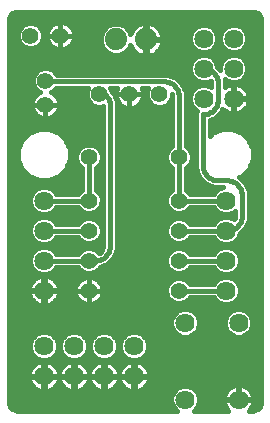
<source format=gtl>
G75*
%MOIN*%
%OFA0B0*%
%FSLAX24Y24*%
%IPPOS*%
%LPD*%
%AMOC8*
5,1,8,0,0,1.08239X$1,22.5*
%
%ADD10C,0.0640*%
%ADD11C,0.0555*%
%ADD12C,0.0560*%
%ADD13C,0.0740*%
%ADD14C,0.0160*%
D10*
X002100Y001555D03*
X002100Y002555D03*
X003100Y002555D03*
X003100Y001555D03*
X004100Y001555D03*
X004100Y002555D03*
X005100Y002555D03*
X005100Y001555D03*
X006810Y000775D03*
X008590Y000775D03*
X008590Y003335D03*
X008172Y004405D03*
X008172Y005405D03*
X008172Y006405D03*
X008172Y007405D03*
X008425Y010805D03*
X008425Y011805D03*
X008425Y012805D03*
X007425Y012805D03*
X007425Y011805D03*
X007425Y010805D03*
X002100Y007405D03*
X002100Y006405D03*
X002100Y005405D03*
X002100Y004405D03*
X006810Y003335D03*
D11*
X005950Y010955D03*
X004950Y010955D03*
X003950Y010955D03*
D12*
X002650Y012905D03*
X001650Y012905D03*
X002150Y011405D03*
X002150Y010605D03*
X003600Y008855D03*
X003600Y007405D03*
X003600Y006405D03*
X003600Y005405D03*
X003600Y004405D03*
X006600Y004405D03*
X006600Y005405D03*
X006600Y006405D03*
X006600Y007405D03*
X006600Y008855D03*
D13*
X005500Y012780D03*
X004500Y012780D03*
D14*
X000935Y000627D02*
X000976Y000530D01*
X001050Y000456D01*
X001147Y000415D01*
X001200Y000410D01*
X006524Y000410D01*
X006420Y000514D01*
X006350Y000683D01*
X006350Y000866D01*
X006420Y001036D01*
X006549Y001165D01*
X006718Y001235D01*
X006901Y001235D01*
X007071Y001165D01*
X007200Y001036D01*
X007270Y000866D01*
X007270Y000683D01*
X007200Y000514D01*
X007096Y000410D01*
X008248Y000410D01*
X008209Y000449D01*
X008162Y000513D01*
X008127Y000583D01*
X008102Y000658D01*
X008090Y000736D01*
X008090Y000755D01*
X008570Y000755D01*
X008570Y000795D01*
X008570Y001275D01*
X008551Y001275D01*
X008473Y001263D01*
X008398Y001238D01*
X008328Y001203D01*
X008264Y001156D01*
X008209Y001101D01*
X008162Y001037D01*
X008127Y000967D01*
X008102Y000892D01*
X008090Y000814D01*
X007270Y000814D01*
X007258Y000656D02*
X008103Y000656D01*
X008090Y000795D02*
X008570Y000795D01*
X008610Y000795D01*
X009090Y000795D01*
X009090Y000814D01*
X009340Y000814D01*
X009340Y000680D02*
X009335Y000627D01*
X009295Y000530D01*
X009220Y000456D01*
X009123Y000415D01*
X009070Y000410D01*
X008932Y000410D01*
X008971Y000449D01*
X009018Y000513D01*
X009053Y000583D01*
X009078Y000658D01*
X009090Y000736D01*
X009090Y000755D01*
X008610Y000755D01*
X008610Y000795D01*
X008610Y001275D01*
X008629Y001275D01*
X008707Y001263D01*
X008782Y001238D01*
X008852Y001203D01*
X008916Y001156D01*
X008971Y001101D01*
X009018Y001037D01*
X009053Y000967D01*
X009078Y000892D01*
X009090Y000814D01*
X009077Y000656D02*
X009338Y000656D01*
X009340Y000680D02*
X009340Y013426D01*
X009335Y013479D01*
X009295Y013576D01*
X009220Y013651D01*
X009123Y013691D01*
X009070Y013696D01*
X001200Y013696D01*
X001147Y013691D01*
X001050Y013651D01*
X000976Y013576D01*
X000935Y013479D01*
X000930Y013426D01*
X000930Y000680D01*
X000935Y000627D01*
X000932Y000656D02*
X006362Y000656D01*
X006350Y000814D02*
X000930Y000814D01*
X000930Y000973D02*
X006394Y000973D01*
X006515Y001131D02*
X005367Y001131D01*
X005362Y001127D02*
X005426Y001174D01*
X005481Y001229D01*
X005528Y001293D01*
X005563Y001363D01*
X005588Y001438D01*
X005600Y001516D01*
X005600Y001535D01*
X005120Y001535D01*
X005120Y001575D01*
X005080Y001575D01*
X005080Y002055D01*
X005061Y002055D01*
X004983Y002043D01*
X004908Y002018D01*
X004838Y001983D01*
X004774Y001936D01*
X004719Y001881D01*
X004672Y001817D01*
X004637Y001747D01*
X004612Y001672D01*
X004600Y001594D01*
X004600Y001575D01*
X005080Y001575D01*
X005080Y001535D01*
X004600Y001535D01*
X004600Y001516D01*
X004612Y001438D01*
X004637Y001363D01*
X004672Y001293D01*
X004719Y001229D01*
X004774Y001174D01*
X004838Y001127D01*
X004908Y001092D01*
X004983Y001067D01*
X005061Y001055D01*
X005080Y001055D01*
X005080Y001535D01*
X005120Y001535D01*
X005120Y001055D01*
X005139Y001055D01*
X005217Y001067D01*
X005292Y001092D01*
X005362Y001127D01*
X005525Y001290D02*
X009340Y001290D01*
X009340Y001448D02*
X005589Y001448D01*
X005600Y001575D02*
X005600Y001594D01*
X005588Y001672D01*
X005563Y001747D01*
X005528Y001817D01*
X005481Y001881D01*
X005426Y001936D01*
X005362Y001983D01*
X005292Y002018D01*
X005217Y002043D01*
X005139Y002055D01*
X005120Y002055D01*
X005120Y001575D01*
X005600Y001575D01*
X005598Y001607D02*
X009340Y001607D01*
X009340Y001765D02*
X005554Y001765D01*
X005439Y001924D02*
X009340Y001924D01*
X009340Y002082D02*
X000930Y002082D01*
X000930Y001924D02*
X001761Y001924D01*
X001774Y001936D02*
X001719Y001881D01*
X001672Y001817D01*
X001637Y001747D01*
X001612Y001672D01*
X001600Y001594D01*
X001600Y001575D01*
X002080Y001575D01*
X002080Y002055D01*
X002061Y002055D01*
X001983Y002043D01*
X001908Y002018D01*
X001838Y001983D01*
X001774Y001936D01*
X001646Y001765D02*
X000930Y001765D01*
X000930Y001607D02*
X001602Y001607D01*
X001600Y001535D02*
X001600Y001516D01*
X001612Y001438D01*
X001637Y001363D01*
X001672Y001293D01*
X001719Y001229D01*
X001774Y001174D01*
X001838Y001127D01*
X001908Y001092D01*
X001983Y001067D01*
X002061Y001055D01*
X002080Y001055D01*
X002080Y001535D01*
X002120Y001535D01*
X002120Y001575D01*
X002080Y001575D01*
X002080Y001535D01*
X001600Y001535D01*
X001611Y001448D02*
X000930Y001448D01*
X000930Y001290D02*
X001675Y001290D01*
X001833Y001131D02*
X000930Y001131D01*
X001008Y000497D02*
X006437Y000497D01*
X007105Y001131D02*
X008239Y001131D01*
X008129Y000973D02*
X007226Y000973D01*
X007183Y000497D02*
X008174Y000497D01*
X008090Y000795D02*
X008090Y000814D01*
X008570Y000814D02*
X008610Y000814D01*
X008610Y000973D02*
X008570Y000973D01*
X008570Y001131D02*
X008610Y001131D01*
X008941Y001131D02*
X009340Y001131D01*
X009340Y000973D02*
X009051Y000973D01*
X009006Y000497D02*
X009262Y000497D01*
X009340Y002241D02*
X005436Y002241D01*
X005490Y002294D02*
X005560Y002463D01*
X005560Y002646D01*
X005490Y002816D01*
X005361Y002945D01*
X005191Y003015D01*
X005008Y003015D01*
X004839Y002945D01*
X004710Y002816D01*
X004640Y002646D01*
X004640Y002463D01*
X004710Y002294D01*
X004839Y002165D01*
X005008Y002095D01*
X005191Y002095D01*
X005361Y002165D01*
X005490Y002294D01*
X005533Y002399D02*
X009340Y002399D01*
X009340Y002558D02*
X005560Y002558D01*
X005531Y002716D02*
X009340Y002716D01*
X009340Y002875D02*
X005431Y002875D01*
X004769Y002875D02*
X004431Y002875D01*
X004490Y002816D02*
X004361Y002945D01*
X004191Y003015D01*
X004008Y003015D01*
X003839Y002945D01*
X003710Y002816D01*
X003640Y002646D01*
X003640Y002463D01*
X003710Y002294D01*
X003839Y002165D01*
X004008Y002095D01*
X004191Y002095D01*
X004361Y002165D01*
X004490Y002294D01*
X004560Y002463D01*
X004560Y002646D01*
X004490Y002816D01*
X004531Y002716D02*
X004669Y002716D01*
X004640Y002558D02*
X004560Y002558D01*
X004533Y002399D02*
X004667Y002399D01*
X004764Y002241D02*
X004436Y002241D01*
X004292Y002018D02*
X004217Y002043D01*
X004139Y002055D01*
X004120Y002055D01*
X004120Y001575D01*
X004080Y001575D01*
X004080Y002055D01*
X004061Y002055D01*
X003983Y002043D01*
X003908Y002018D01*
X003838Y001983D01*
X003774Y001936D01*
X003719Y001881D01*
X003672Y001817D01*
X003637Y001747D01*
X003612Y001672D01*
X003600Y001594D01*
X003588Y001672D01*
X003563Y001747D01*
X003528Y001817D01*
X003481Y001881D01*
X003426Y001936D01*
X003362Y001983D01*
X003292Y002018D01*
X003217Y002043D01*
X003139Y002055D01*
X003120Y002055D01*
X003120Y001575D01*
X003080Y001575D01*
X003080Y002055D01*
X003061Y002055D01*
X002983Y002043D01*
X002908Y002018D01*
X002838Y001983D01*
X002774Y001936D01*
X002719Y001881D01*
X002672Y001817D01*
X002637Y001747D01*
X002612Y001672D01*
X002600Y001594D01*
X002600Y001575D01*
X003080Y001575D01*
X003080Y001535D01*
X002600Y001535D01*
X002600Y001516D01*
X002612Y001438D01*
X002637Y001363D01*
X002672Y001293D01*
X002719Y001229D01*
X002774Y001174D01*
X002838Y001127D01*
X002908Y001092D01*
X002983Y001067D01*
X003061Y001055D01*
X003080Y001055D01*
X003080Y001535D01*
X003120Y001535D01*
X003120Y001575D01*
X003600Y001575D01*
X004080Y001575D01*
X004080Y001535D01*
X003600Y001535D01*
X003120Y001535D01*
X003120Y001055D01*
X003139Y001055D01*
X003217Y001067D01*
X003292Y001092D01*
X003362Y001127D01*
X003426Y001174D01*
X003481Y001229D01*
X003528Y001293D01*
X003563Y001363D01*
X003588Y001438D01*
X003600Y001516D01*
X003600Y001535D01*
X003600Y001516D01*
X003612Y001438D01*
X003637Y001363D01*
X003672Y001293D01*
X003719Y001229D01*
X003774Y001174D01*
X003838Y001127D01*
X003908Y001092D01*
X003983Y001067D01*
X004061Y001055D01*
X004080Y001055D01*
X004080Y001535D01*
X004120Y001535D01*
X004120Y001575D01*
X004600Y001575D01*
X004600Y001594D01*
X004588Y001672D01*
X004563Y001747D01*
X004528Y001817D01*
X004481Y001881D01*
X004426Y001936D01*
X004362Y001983D01*
X004292Y002018D01*
X004439Y001924D02*
X004761Y001924D01*
X004646Y001765D02*
X004554Y001765D01*
X004598Y001607D02*
X004602Y001607D01*
X004600Y001535D02*
X004120Y001535D01*
X004120Y001055D01*
X004139Y001055D01*
X004217Y001067D01*
X004292Y001092D01*
X004362Y001127D01*
X004426Y001174D01*
X004481Y001229D01*
X004528Y001293D01*
X004563Y001363D01*
X004588Y001438D01*
X004600Y001516D01*
X004600Y001535D01*
X004589Y001448D02*
X004611Y001448D01*
X004675Y001290D02*
X004525Y001290D01*
X004367Y001131D02*
X004833Y001131D01*
X005080Y001131D02*
X005120Y001131D01*
X005120Y001290D02*
X005080Y001290D01*
X005080Y001448D02*
X005120Y001448D01*
X005100Y001555D02*
X004100Y001555D01*
X003100Y001555D01*
X002100Y001555D01*
X002120Y001575D02*
X002120Y002055D01*
X002139Y002055D01*
X002217Y002043D01*
X002292Y002018D01*
X002362Y001983D01*
X002426Y001936D01*
X002481Y001881D01*
X002528Y001817D01*
X002563Y001747D01*
X002588Y001672D01*
X002600Y001594D01*
X002600Y001575D01*
X002120Y001575D01*
X002120Y001607D02*
X002080Y001607D01*
X002120Y001535D02*
X002600Y001535D01*
X002600Y001516D01*
X002588Y001438D01*
X002563Y001363D01*
X002528Y001293D01*
X002481Y001229D01*
X002426Y001174D01*
X002362Y001127D01*
X002292Y001092D01*
X002217Y001067D01*
X002139Y001055D01*
X002120Y001055D01*
X002120Y001535D01*
X002120Y001448D02*
X002080Y001448D01*
X002080Y001290D02*
X002120Y001290D01*
X002120Y001131D02*
X002080Y001131D01*
X002367Y001131D02*
X002833Y001131D01*
X002675Y001290D02*
X002525Y001290D01*
X002589Y001448D02*
X002611Y001448D01*
X002598Y001607D02*
X002602Y001607D01*
X002646Y001765D02*
X002554Y001765D01*
X002439Y001924D02*
X002761Y001924D01*
X002839Y002165D02*
X003008Y002095D01*
X003191Y002095D01*
X003361Y002165D01*
X003490Y002294D01*
X003560Y002463D01*
X003560Y002646D01*
X003490Y002816D01*
X003361Y002945D01*
X003191Y003015D01*
X003008Y003015D01*
X002839Y002945D01*
X002710Y002816D01*
X002640Y002646D01*
X002640Y002463D01*
X002710Y002294D01*
X002839Y002165D01*
X002764Y002241D02*
X002436Y002241D01*
X002490Y002294D02*
X002560Y002463D01*
X002560Y002646D01*
X002490Y002816D01*
X002361Y002945D01*
X002191Y003015D01*
X002008Y003015D01*
X001839Y002945D01*
X001710Y002816D01*
X001640Y002646D01*
X001640Y002463D01*
X001710Y002294D01*
X001839Y002165D01*
X002008Y002095D01*
X002191Y002095D01*
X002361Y002165D01*
X002490Y002294D01*
X002533Y002399D02*
X002667Y002399D01*
X002640Y002558D02*
X002560Y002558D01*
X002531Y002716D02*
X002669Y002716D01*
X002769Y002875D02*
X002431Y002875D01*
X001769Y002875D02*
X000930Y002875D01*
X000930Y003033D02*
X006461Y003033D01*
X006420Y003074D02*
X006350Y003243D01*
X006350Y003426D01*
X006420Y003596D01*
X006549Y003725D01*
X006718Y003795D01*
X006901Y003795D01*
X007071Y003725D01*
X007200Y003596D01*
X007270Y003426D01*
X007270Y003243D01*
X007200Y003074D01*
X007071Y002945D01*
X006901Y002875D01*
X006718Y002875D01*
X006549Y002945D01*
X006420Y003074D01*
X006372Y003192D02*
X000930Y003192D01*
X000930Y003350D02*
X006350Y003350D01*
X006384Y003509D02*
X000930Y003509D01*
X000930Y003667D02*
X006491Y003667D01*
X006516Y003985D02*
X006362Y004049D01*
X006244Y004167D01*
X006180Y004321D01*
X006180Y004489D01*
X006244Y004643D01*
X006362Y004761D01*
X006516Y004825D01*
X006684Y004825D01*
X006838Y004761D01*
X006956Y004643D01*
X006963Y004625D01*
X007766Y004625D01*
X007782Y004666D01*
X007912Y004795D01*
X008081Y004865D01*
X008264Y004865D01*
X008433Y004795D01*
X008562Y004666D01*
X008632Y004496D01*
X008632Y004313D01*
X008562Y004144D01*
X008433Y004015D01*
X008264Y003945D01*
X008081Y003945D01*
X007912Y004015D01*
X007782Y004144D01*
X007766Y004185D01*
X006963Y004185D01*
X006956Y004167D01*
X006838Y004049D01*
X006684Y003985D01*
X006516Y003985D01*
X006269Y004143D02*
X003978Y004143D01*
X003993Y004164D02*
X004026Y004228D01*
X004049Y004297D01*
X004060Y004369D01*
X004060Y004405D01*
X004060Y004441D01*
X004049Y004513D01*
X004026Y004582D01*
X003993Y004646D01*
X003951Y004705D01*
X003900Y004756D01*
X003841Y004798D01*
X003777Y004831D01*
X003708Y004854D01*
X003636Y004865D01*
X003600Y004865D01*
X003600Y004405D01*
X002100Y004405D01*
X002120Y004425D02*
X002600Y004425D01*
X002600Y004444D01*
X002588Y004522D01*
X002563Y004597D01*
X002528Y004667D01*
X002481Y004731D01*
X002426Y004786D01*
X002362Y004833D01*
X002292Y004868D01*
X002217Y004893D01*
X002139Y004905D01*
X002120Y004905D01*
X002120Y004425D01*
X002120Y004385D01*
X002600Y004385D01*
X002600Y004366D01*
X002588Y004288D01*
X002563Y004213D01*
X002528Y004143D01*
X002481Y004079D01*
X002426Y004024D01*
X002362Y003977D01*
X002292Y003942D01*
X002217Y003917D01*
X002139Y003905D01*
X002120Y003905D01*
X002120Y004385D01*
X002080Y004385D01*
X002080Y003905D01*
X002061Y003905D01*
X001983Y003917D01*
X001908Y003942D01*
X001838Y003977D01*
X001774Y004024D01*
X001719Y004079D01*
X001672Y004143D01*
X001637Y004213D01*
X001612Y004288D01*
X001600Y004366D01*
X001600Y004385D01*
X002080Y004385D01*
X002080Y004425D01*
X002080Y004905D01*
X002061Y004905D01*
X001983Y004893D01*
X001908Y004868D01*
X001838Y004833D01*
X001774Y004786D01*
X001719Y004731D01*
X001672Y004667D01*
X001637Y004597D01*
X001612Y004522D01*
X001600Y004444D01*
X001600Y004425D01*
X002080Y004425D01*
X002120Y004425D01*
X002120Y004460D02*
X002080Y004460D01*
X002080Y004618D02*
X002120Y004618D01*
X002120Y004777D02*
X002080Y004777D01*
X002008Y004945D02*
X002191Y004945D01*
X002361Y005015D01*
X002490Y005144D01*
X002507Y005185D01*
X003237Y005185D01*
X003244Y005167D01*
X003362Y005049D01*
X003516Y004985D01*
X003684Y004985D01*
X003838Y005049D01*
X003956Y005167D01*
X003968Y005195D01*
X004208Y005295D01*
X004410Y005497D01*
X004520Y005762D01*
X004520Y010743D01*
X004433Y010953D01*
X004367Y011019D01*
X004367Y011038D01*
X004317Y011160D01*
X004541Y011160D01*
X004526Y011131D01*
X004504Y011062D01*
X004493Y010991D01*
X004493Y010955D01*
X004950Y010955D01*
X005407Y010955D01*
X004950Y010955D01*
X004950Y010955D01*
X004950Y010498D01*
X004986Y010498D01*
X005057Y010509D01*
X005126Y010531D01*
X005190Y010564D01*
X005248Y010606D01*
X005299Y010657D01*
X005341Y010715D01*
X005374Y010779D01*
X005396Y010848D01*
X005407Y010919D01*
X005407Y010955D01*
X005407Y010991D01*
X005396Y011062D01*
X005374Y011131D01*
X005359Y011160D01*
X005583Y011160D01*
X005533Y011038D01*
X005533Y010872D01*
X005596Y010719D01*
X005714Y010601D01*
X005867Y010538D01*
X006033Y010538D01*
X006186Y010601D01*
X006304Y010719D01*
X006367Y010872D01*
X006367Y010952D01*
X006375Y010935D01*
X006380Y010880D01*
X006380Y009218D01*
X006362Y009211D01*
X006244Y009093D01*
X006180Y008939D01*
X006180Y008771D01*
X006244Y008617D01*
X006362Y008499D01*
X006380Y008492D01*
X006380Y007768D01*
X006362Y007761D01*
X006244Y007643D01*
X006180Y007489D01*
X006180Y007289D01*
X006203Y007266D01*
X006244Y007167D01*
X006362Y007049D01*
X006516Y006985D01*
X006684Y006985D01*
X006838Y007049D01*
X006956Y007167D01*
X006963Y007185D01*
X007766Y007185D01*
X007782Y007144D01*
X007912Y007015D01*
X008081Y006945D01*
X008264Y006945D01*
X008433Y007015D01*
X008480Y007062D01*
X008480Y006905D01*
X008475Y006850D01*
X008446Y006782D01*
X008433Y006795D01*
X008264Y006865D01*
X008081Y006865D01*
X007912Y006795D01*
X007782Y006666D01*
X007766Y006625D01*
X006963Y006625D01*
X006956Y006643D01*
X006838Y006761D01*
X006684Y006825D01*
X006516Y006825D01*
X006362Y006761D01*
X006244Y006643D01*
X006180Y006489D01*
X006180Y006321D01*
X006244Y006167D01*
X006362Y006049D01*
X006516Y005985D01*
X006684Y005985D01*
X006838Y006049D01*
X006956Y006167D01*
X006963Y006185D01*
X007766Y006185D01*
X007782Y006144D01*
X007912Y006015D01*
X008081Y005945D01*
X008264Y005945D01*
X008433Y006015D01*
X008562Y006144D01*
X008632Y006313D01*
X008632Y006319D01*
X008810Y006497D01*
X008920Y006762D01*
X008920Y007723D01*
X008810Y007988D01*
X008617Y008182D01*
X008687Y008211D01*
X008929Y008453D01*
X009060Y008769D01*
X009060Y009111D01*
X008929Y009427D01*
X008687Y009669D01*
X008371Y009800D01*
X008029Y009800D01*
X007713Y009669D01*
X007620Y009576D01*
X007620Y010092D01*
X007808Y010170D01*
X008010Y010372D01*
X008010Y010372D01*
X008051Y010471D01*
X008099Y010424D01*
X008163Y010377D01*
X008233Y010342D01*
X008308Y010317D01*
X008386Y010305D01*
X008405Y010305D01*
X008405Y010785D01*
X008445Y010785D01*
X008445Y010825D01*
X008405Y010825D01*
X008405Y011305D01*
X008386Y011305D01*
X008308Y011293D01*
X008233Y011268D01*
X008163Y011233D01*
X008120Y011201D01*
X008120Y011459D01*
X008164Y011415D01*
X008333Y011345D01*
X008516Y011345D01*
X008686Y011415D01*
X008815Y011544D01*
X008885Y011713D01*
X008885Y011896D01*
X008815Y012066D01*
X008686Y012195D01*
X008516Y012265D01*
X008333Y012265D01*
X008164Y012195D01*
X008035Y012066D01*
X007965Y011896D01*
X007965Y011773D01*
X007885Y011853D01*
X007885Y011896D01*
X007815Y012066D01*
X007686Y012195D01*
X007516Y012265D01*
X007333Y012265D01*
X007164Y012195D01*
X007035Y012066D01*
X006965Y011896D01*
X006965Y011713D01*
X007035Y011544D01*
X007164Y011415D01*
X007333Y011345D01*
X007516Y011345D01*
X007664Y011406D01*
X007675Y011380D01*
X007680Y011330D01*
X007680Y011197D01*
X007516Y011265D01*
X007333Y011265D01*
X007164Y011195D01*
X007035Y011066D01*
X006965Y010896D01*
X006965Y010713D01*
X007035Y010544D01*
X007164Y010415D01*
X007206Y010398D01*
X007180Y010371D01*
X007180Y008437D01*
X007290Y008172D01*
X007492Y007970D01*
X007757Y007860D01*
X008069Y007860D01*
X007912Y007795D01*
X007782Y007666D01*
X007766Y007625D01*
X006963Y007625D01*
X006956Y007643D01*
X006838Y007761D01*
X006820Y007768D01*
X006820Y008492D01*
X006838Y008499D01*
X006956Y008617D01*
X007020Y008771D01*
X007020Y008939D01*
X006956Y009093D01*
X006838Y009211D01*
X006820Y009218D01*
X006820Y011023D01*
X006710Y011288D01*
X006508Y011490D01*
X006508Y011490D01*
X006243Y011600D01*
X002524Y011600D01*
X002506Y011643D01*
X002388Y011761D01*
X002234Y011825D01*
X002066Y011825D01*
X001912Y011761D01*
X001794Y011643D01*
X001730Y011489D01*
X001730Y011321D01*
X001794Y011167D01*
X001912Y011049D01*
X001965Y011027D01*
X001909Y010998D01*
X001850Y010956D01*
X001799Y010905D01*
X001757Y010846D01*
X001724Y010782D01*
X001701Y010713D01*
X001690Y010641D01*
X000930Y010641D01*
X000930Y010483D02*
X001706Y010483D01*
X001701Y010497D02*
X001724Y010428D01*
X001757Y010364D01*
X001799Y010305D01*
X001850Y010254D01*
X001909Y010212D01*
X001973Y010179D01*
X002042Y010156D01*
X002114Y010145D01*
X002150Y010145D01*
X002186Y010145D01*
X002258Y010156D01*
X002327Y010179D01*
X002391Y010212D01*
X002450Y010254D01*
X002501Y010305D01*
X002543Y010364D01*
X002576Y010428D01*
X002599Y010497D01*
X002610Y010569D01*
X002610Y010605D01*
X002610Y010641D01*
X003674Y010641D01*
X003714Y010601D02*
X003867Y010538D01*
X004033Y010538D01*
X004080Y010557D01*
X004080Y005905D01*
X004075Y005850D01*
X004033Y005749D01*
X003956Y005672D01*
X003935Y005664D01*
X003838Y005761D01*
X003684Y005825D01*
X003516Y005825D01*
X003362Y005761D01*
X003244Y005643D01*
X003237Y005625D01*
X002507Y005625D01*
X002490Y005666D01*
X002361Y005795D01*
X002191Y005865D01*
X002008Y005865D01*
X001839Y005795D01*
X001710Y005666D01*
X001640Y005496D01*
X001640Y005313D01*
X001710Y005144D01*
X001839Y005015D01*
X002008Y004945D01*
X001761Y005094D02*
X000930Y005094D01*
X000930Y004935D02*
X009340Y004935D01*
X009340Y004777D02*
X008451Y004777D01*
X008582Y004618D02*
X009340Y004618D01*
X009340Y004460D02*
X008632Y004460D01*
X008627Y004301D02*
X009340Y004301D01*
X009340Y004143D02*
X008560Y004143D01*
X008358Y003984D02*
X009340Y003984D01*
X009340Y003826D02*
X000930Y003826D01*
X000930Y003984D02*
X001829Y003984D01*
X001673Y004143D02*
X000930Y004143D01*
X000930Y004301D02*
X001610Y004301D01*
X001602Y004460D02*
X000930Y004460D01*
X000930Y004618D02*
X001647Y004618D01*
X001764Y004777D02*
X000930Y004777D01*
X000930Y005252D02*
X001665Y005252D01*
X001640Y005411D02*
X000930Y005411D01*
X000930Y005569D02*
X001670Y005569D01*
X001772Y005728D02*
X000930Y005728D01*
X000930Y005886D02*
X004078Y005886D01*
X004080Y006045D02*
X003827Y006045D01*
X003838Y006049D02*
X003956Y006167D01*
X004020Y006321D01*
X004020Y006489D01*
X003956Y006643D01*
X003838Y006761D01*
X003684Y006825D01*
X003516Y006825D01*
X003362Y006761D01*
X003244Y006643D01*
X003237Y006625D01*
X002507Y006625D01*
X002490Y006666D01*
X002361Y006795D01*
X002191Y006865D01*
X002008Y006865D01*
X001839Y006795D01*
X001710Y006666D01*
X001640Y006496D01*
X001640Y006313D01*
X001710Y006144D01*
X001839Y006015D01*
X002008Y005945D01*
X002191Y005945D01*
X002361Y006015D01*
X002490Y006144D01*
X002507Y006185D01*
X003237Y006185D01*
X003244Y006167D01*
X003362Y006049D01*
X003516Y005985D01*
X003684Y005985D01*
X003838Y006049D01*
X004300Y005905D02*
X004298Y005861D01*
X004292Y005818D01*
X004283Y005776D01*
X004270Y005734D01*
X004253Y005694D01*
X004233Y005655D01*
X004210Y005618D01*
X004183Y005584D01*
X004154Y005551D01*
X004121Y005522D01*
X004087Y005495D01*
X004050Y005472D01*
X004011Y005452D01*
X003971Y005435D01*
X003929Y005422D01*
X003887Y005413D01*
X003844Y005407D01*
X003800Y005405D01*
X003600Y005405D01*
X002100Y005405D01*
X002428Y005728D02*
X003329Y005728D01*
X003373Y006045D02*
X002390Y006045D01*
X002100Y006405D02*
X003600Y006405D01*
X003920Y006679D02*
X004080Y006679D01*
X004080Y006837D02*
X002259Y006837D01*
X002191Y006945D02*
X002361Y007015D01*
X002490Y007144D01*
X002507Y007185D01*
X003237Y007185D01*
X003244Y007167D01*
X003362Y007049D01*
X003516Y006985D01*
X003684Y006985D01*
X003838Y007049D01*
X003956Y007167D01*
X004020Y007321D01*
X004020Y007489D01*
X003956Y007643D01*
X003838Y007761D01*
X003820Y007768D01*
X003820Y008492D01*
X003838Y008499D01*
X003956Y008617D01*
X004020Y008771D01*
X004020Y008939D01*
X003956Y009093D01*
X003838Y009211D01*
X003684Y009275D01*
X003516Y009275D01*
X003362Y009211D01*
X003244Y009093D01*
X003180Y008939D01*
X003180Y008771D01*
X003244Y008617D01*
X003362Y008499D01*
X003380Y008492D01*
X003380Y007768D01*
X003362Y007761D01*
X003244Y007643D01*
X003237Y007625D01*
X002507Y007625D01*
X002490Y007666D01*
X002361Y007795D01*
X002191Y007865D01*
X002008Y007865D01*
X001839Y007795D01*
X001710Y007666D01*
X001640Y007496D01*
X001640Y007313D01*
X001710Y007144D01*
X001839Y007015D01*
X002008Y006945D01*
X002191Y006945D01*
X002313Y006996D02*
X003491Y006996D01*
X003709Y006996D02*
X004080Y006996D01*
X004080Y007154D02*
X003943Y007154D01*
X004016Y007313D02*
X004080Y007313D01*
X004080Y007471D02*
X004020Y007471D01*
X003962Y007630D02*
X004080Y007630D01*
X004080Y007788D02*
X003820Y007788D01*
X003820Y007947D02*
X004080Y007947D01*
X004080Y008105D02*
X003820Y008105D01*
X003820Y008264D02*
X004080Y008264D01*
X004080Y008422D02*
X003820Y008422D01*
X003919Y008581D02*
X004080Y008581D01*
X004080Y008739D02*
X004007Y008739D01*
X004020Y008898D02*
X004080Y008898D01*
X004080Y009056D02*
X003971Y009056D01*
X004080Y009215D02*
X003830Y009215D01*
X004080Y009373D02*
X002851Y009373D01*
X002829Y009427D02*
X002587Y009669D01*
X002271Y009800D01*
X001929Y009800D01*
X001613Y009669D01*
X001371Y009427D01*
X001240Y009111D01*
X001240Y008769D01*
X001371Y008453D01*
X001613Y008211D01*
X001929Y008080D01*
X002271Y008080D01*
X002587Y008211D01*
X002829Y008453D01*
X002960Y008769D01*
X002960Y009111D01*
X002829Y009427D01*
X002724Y009532D02*
X004080Y009532D01*
X004080Y009690D02*
X002536Y009690D01*
X002286Y010166D02*
X004080Y010166D01*
X004080Y010324D02*
X002514Y010324D01*
X002594Y010483D02*
X004080Y010483D01*
X004300Y010630D02*
X004298Y010667D01*
X004292Y010703D01*
X004283Y010738D01*
X004270Y010772D01*
X004253Y010805D01*
X004233Y010836D01*
X004210Y010864D01*
X004184Y010890D01*
X004156Y010913D01*
X004125Y010933D01*
X004092Y010950D01*
X004058Y010963D01*
X004023Y010972D01*
X003987Y010978D01*
X003950Y010980D01*
X003950Y010955D01*
X003565Y011117D02*
X002455Y011117D01*
X002499Y011160D02*
X002388Y011049D01*
X002335Y011027D01*
X002391Y010998D01*
X002450Y010956D01*
X002501Y010905D01*
X002543Y010846D01*
X002576Y010782D01*
X002599Y010713D01*
X002610Y010641D01*
X002610Y010605D02*
X002150Y010605D01*
X002150Y010605D01*
X002610Y010605D01*
X002567Y010800D02*
X003563Y010800D01*
X003533Y010872D02*
X003533Y011038D01*
X003583Y011160D01*
X002499Y011160D01*
X002447Y010958D02*
X003533Y010958D01*
X003533Y010872D02*
X003596Y010719D01*
X003714Y010601D01*
X004080Y010007D02*
X000930Y010007D01*
X000930Y009849D02*
X004080Y009849D01*
X004520Y009849D02*
X006380Y009849D01*
X006380Y010007D02*
X004520Y010007D01*
X004520Y010166D02*
X006380Y010166D01*
X006380Y010324D02*
X004520Y010324D01*
X004520Y010483D02*
X006380Y010483D01*
X006380Y010641D02*
X006226Y010641D01*
X006337Y010800D02*
X006380Y010800D01*
X006600Y010880D02*
X006600Y008855D01*
X006600Y007405D01*
X006600Y007380D01*
X006400Y007380D01*
X006600Y007405D02*
X008172Y007405D01*
X008700Y007580D02*
X008698Y007624D01*
X008692Y007667D01*
X008683Y007709D01*
X008670Y007751D01*
X008653Y007791D01*
X008633Y007830D01*
X008610Y007867D01*
X008583Y007901D01*
X008554Y007934D01*
X008521Y007963D01*
X008487Y007990D01*
X008450Y008013D01*
X008411Y008033D01*
X008371Y008050D01*
X008329Y008063D01*
X008287Y008072D01*
X008244Y008078D01*
X008200Y008080D01*
X007900Y008080D01*
X007905Y007788D02*
X006820Y007788D01*
X006820Y007947D02*
X007548Y007947D01*
X007492Y007970D02*
X007492Y007970D01*
X007357Y008105D02*
X006820Y008105D01*
X006820Y008264D02*
X007252Y008264D01*
X007290Y008172D02*
X007290Y008172D01*
X007186Y008422D02*
X006820Y008422D01*
X006919Y008581D02*
X007180Y008581D01*
X007180Y008739D02*
X007007Y008739D01*
X007020Y008898D02*
X007180Y008898D01*
X007180Y009056D02*
X006971Y009056D01*
X006830Y009215D02*
X007180Y009215D01*
X007180Y009373D02*
X006820Y009373D01*
X006820Y009532D02*
X007180Y009532D01*
X007180Y009690D02*
X006820Y009690D01*
X006820Y009849D02*
X007180Y009849D01*
X007180Y010007D02*
X006820Y010007D01*
X006820Y010166D02*
X007180Y010166D01*
X007180Y010324D02*
X006820Y010324D01*
X006820Y010483D02*
X007097Y010483D01*
X006995Y010641D02*
X006820Y010641D01*
X006820Y010800D02*
X006965Y010800D01*
X006990Y010958D02*
X006820Y010958D01*
X006781Y011117D02*
X007086Y011117D01*
X007146Y011434D02*
X006565Y011434D01*
X006710Y011288D02*
X006710Y011288D01*
X006716Y011275D02*
X007680Y011275D01*
X007900Y011330D02*
X007900Y010780D01*
X008010Y010372D02*
X008010Y010372D01*
X007962Y010324D02*
X008287Y010324D01*
X008405Y010324D02*
X008445Y010324D01*
X008445Y010305D02*
X008464Y010305D01*
X008542Y010317D01*
X008617Y010342D01*
X008687Y010377D01*
X008751Y010424D01*
X008806Y010479D01*
X008853Y010543D01*
X008888Y010613D01*
X008913Y010688D01*
X008925Y010766D01*
X008925Y010785D01*
X008445Y010785D01*
X008445Y010305D01*
X008563Y010324D02*
X009340Y010324D01*
X009340Y010166D02*
X007798Y010166D01*
X007620Y010007D02*
X009340Y010007D01*
X009340Y009849D02*
X007620Y009849D01*
X007620Y009690D02*
X007764Y009690D01*
X007400Y010280D02*
X007400Y008580D01*
X007402Y008536D01*
X007408Y008493D01*
X007417Y008451D01*
X007430Y008409D01*
X007447Y008369D01*
X007467Y008330D01*
X007490Y008293D01*
X007517Y008259D01*
X007546Y008226D01*
X007579Y008197D01*
X007613Y008170D01*
X007650Y008147D01*
X007689Y008127D01*
X007729Y008110D01*
X007771Y008097D01*
X007813Y008088D01*
X007856Y008082D01*
X007900Y008080D01*
X007768Y007630D02*
X006962Y007630D01*
X006943Y007154D02*
X007779Y007154D01*
X007959Y006996D02*
X006709Y006996D01*
X006491Y006996D02*
X004520Y006996D01*
X004520Y007154D02*
X006257Y007154D01*
X006180Y007313D02*
X004520Y007313D01*
X004520Y007471D02*
X006180Y007471D01*
X006238Y007630D02*
X004520Y007630D01*
X004520Y007788D02*
X006380Y007788D01*
X006380Y007947D02*
X004520Y007947D01*
X004520Y008105D02*
X006380Y008105D01*
X006380Y008264D02*
X004520Y008264D01*
X004520Y008422D02*
X006380Y008422D01*
X006281Y008581D02*
X004520Y008581D01*
X004520Y008739D02*
X006193Y008739D01*
X006180Y008898D02*
X004520Y008898D01*
X004520Y009056D02*
X006229Y009056D01*
X006370Y009215D02*
X004520Y009215D01*
X004520Y009373D02*
X006380Y009373D01*
X006380Y009532D02*
X004520Y009532D01*
X004520Y009690D02*
X006380Y009690D01*
X006600Y009080D02*
X006600Y008855D01*
X005674Y010641D02*
X005283Y010641D01*
X005381Y010800D02*
X005563Y010800D01*
X005533Y010958D02*
X005407Y010958D01*
X005379Y011117D02*
X005565Y011117D01*
X006100Y011380D02*
X006144Y011378D01*
X006187Y011372D01*
X006229Y011363D01*
X006271Y011350D01*
X006311Y011333D01*
X006350Y011313D01*
X006387Y011290D01*
X006421Y011263D01*
X006454Y011234D01*
X006483Y011201D01*
X006510Y011167D01*
X006533Y011130D01*
X006553Y011091D01*
X006570Y011051D01*
X006583Y011009D01*
X006592Y010967D01*
X006598Y010924D01*
X006600Y010880D01*
X006100Y011380D02*
X002125Y011380D01*
X002133Y011381D01*
X002140Y011385D01*
X002145Y011390D01*
X002149Y011397D01*
X002150Y011405D01*
X001902Y011751D02*
X000930Y011751D01*
X000930Y011592D02*
X001773Y011592D01*
X001730Y011434D02*
X000930Y011434D01*
X000930Y011275D02*
X001749Y011275D01*
X001845Y011117D02*
X000930Y011117D01*
X000930Y010958D02*
X001853Y010958D01*
X001733Y010800D02*
X000930Y010800D01*
X000930Y010324D02*
X001786Y010324D01*
X001701Y010497D02*
X001690Y010569D01*
X001690Y010605D01*
X002150Y010605D01*
X002150Y010145D01*
X002150Y010605D01*
X002150Y010605D01*
X002150Y010605D01*
X001690Y010605D01*
X001690Y010641D01*
X002150Y010483D02*
X002150Y010483D01*
X002150Y010324D02*
X002150Y010324D01*
X002150Y010166D02*
X002150Y010166D01*
X002014Y010166D02*
X000930Y010166D01*
X000930Y009690D02*
X001664Y009690D01*
X001476Y009532D02*
X000930Y009532D01*
X000930Y009373D02*
X001349Y009373D01*
X001283Y009215D02*
X000930Y009215D01*
X000930Y009056D02*
X001240Y009056D01*
X001240Y008898D02*
X000930Y008898D01*
X000930Y008739D02*
X001252Y008739D01*
X001318Y008581D02*
X000930Y008581D01*
X000930Y008422D02*
X001402Y008422D01*
X001560Y008264D02*
X000930Y008264D01*
X000930Y008105D02*
X001868Y008105D01*
X001832Y007788D02*
X000930Y007788D01*
X000930Y007947D02*
X003380Y007947D01*
X003380Y008105D02*
X002332Y008105D01*
X002368Y007788D02*
X003380Y007788D01*
X003238Y007630D02*
X002505Y007630D01*
X002494Y007154D02*
X003257Y007154D01*
X003600Y007405D02*
X003600Y008855D01*
X003281Y008581D02*
X002882Y008581D01*
X002948Y008739D02*
X003193Y008739D01*
X003180Y008898D02*
X002960Y008898D01*
X002960Y009056D02*
X003229Y009056D01*
X003370Y009215D02*
X002917Y009215D01*
X002798Y008422D02*
X003380Y008422D01*
X003380Y008264D02*
X002640Y008264D01*
X002100Y007405D02*
X003600Y007405D01*
X003280Y006679D02*
X002477Y006679D01*
X001941Y006837D02*
X000930Y006837D01*
X000930Y006679D02*
X001723Y006679D01*
X001650Y006520D02*
X000930Y006520D01*
X000930Y006362D02*
X001640Y006362D01*
X001686Y006203D02*
X000930Y006203D01*
X000930Y006045D02*
X001810Y006045D01*
X001887Y006996D02*
X000930Y006996D01*
X000930Y007154D02*
X001706Y007154D01*
X001640Y007313D02*
X000930Y007313D01*
X000930Y007471D02*
X001640Y007471D01*
X001695Y007630D02*
X000930Y007630D01*
X002439Y005094D02*
X003318Y005094D01*
X003423Y004831D02*
X003359Y004798D01*
X003300Y004756D01*
X003249Y004705D01*
X003207Y004646D01*
X003174Y004582D01*
X003151Y004513D01*
X003140Y004441D01*
X003140Y004405D01*
X003600Y004405D01*
X004060Y004405D01*
X003600Y004405D01*
X003600Y004405D01*
X003600Y004405D01*
X003600Y003945D01*
X003636Y003945D01*
X003708Y003956D01*
X003777Y003979D01*
X003841Y004012D01*
X003900Y004054D01*
X003951Y004105D01*
X003993Y004164D01*
X004049Y004301D02*
X006188Y004301D01*
X006180Y004460D02*
X004057Y004460D01*
X004008Y004618D02*
X006234Y004618D01*
X006399Y004777D02*
X003871Y004777D01*
X003882Y005094D02*
X006318Y005094D01*
X006362Y005049D02*
X006244Y005167D01*
X006180Y005321D01*
X006180Y005489D01*
X006244Y005643D01*
X006362Y005761D01*
X006516Y005825D01*
X006684Y005825D01*
X006838Y005761D01*
X006956Y005643D01*
X006963Y005625D01*
X007766Y005625D01*
X007782Y005666D01*
X007912Y005795D01*
X008081Y005865D01*
X008264Y005865D01*
X008433Y005795D01*
X008562Y005666D01*
X008632Y005496D01*
X008632Y005313D01*
X008562Y005144D01*
X008433Y005015D01*
X008264Y004945D01*
X008081Y004945D01*
X007912Y005015D01*
X007782Y005144D01*
X007766Y005185D01*
X006963Y005185D01*
X006956Y005167D01*
X006838Y005049D01*
X006684Y004985D01*
X006516Y004985D01*
X006362Y005049D01*
X006209Y005252D02*
X004105Y005252D01*
X004208Y005295D02*
X004208Y005295D01*
X004324Y005411D02*
X006180Y005411D01*
X006213Y005569D02*
X004440Y005569D01*
X004410Y005497D02*
X004410Y005497D01*
X004506Y005728D02*
X006329Y005728D01*
X006373Y006045D02*
X004520Y006045D01*
X004520Y006203D02*
X006229Y006203D01*
X006180Y006362D02*
X004520Y006362D01*
X004520Y006520D02*
X006193Y006520D01*
X006280Y006679D02*
X004520Y006679D01*
X004520Y006837D02*
X008013Y006837D01*
X008200Y006405D02*
X008244Y006407D01*
X008287Y006413D01*
X008329Y006422D01*
X008371Y006435D01*
X008411Y006452D01*
X008450Y006472D01*
X008487Y006495D01*
X008521Y006522D01*
X008554Y006551D01*
X008583Y006584D01*
X008610Y006618D01*
X008633Y006655D01*
X008653Y006694D01*
X008670Y006734D01*
X008683Y006776D01*
X008692Y006818D01*
X008698Y006861D01*
X008700Y006905D01*
X008700Y007580D01*
X008920Y007630D02*
X009340Y007630D01*
X009340Y007471D02*
X008920Y007471D01*
X008920Y007313D02*
X009340Y007313D01*
X009340Y007154D02*
X008920Y007154D01*
X008920Y006996D02*
X009340Y006996D01*
X009340Y006837D02*
X008920Y006837D01*
X008886Y006679D02*
X009340Y006679D01*
X009340Y006520D02*
X008820Y006520D01*
X008810Y006497D02*
X008810Y006497D01*
X008675Y006362D02*
X009340Y006362D01*
X009340Y006203D02*
X008587Y006203D01*
X008462Y006045D02*
X009340Y006045D01*
X009340Y005886D02*
X004520Y005886D01*
X004300Y005905D02*
X004300Y010630D01*
X004520Y010641D02*
X004617Y010641D01*
X004601Y010657D02*
X004652Y010606D01*
X004710Y010564D01*
X004774Y010531D01*
X004843Y010509D01*
X004914Y010498D01*
X004950Y010498D01*
X004950Y010955D01*
X004950Y010955D01*
X004950Y010955D01*
X004493Y010955D01*
X004493Y010919D01*
X004504Y010848D01*
X004526Y010779D01*
X004559Y010715D01*
X004601Y010657D01*
X004519Y010800D02*
X004497Y010800D01*
X004493Y010958D02*
X004428Y010958D01*
X004433Y010953D02*
X004433Y010953D01*
X004521Y011117D02*
X004335Y011117D01*
X004950Y010800D02*
X004950Y010800D01*
X004950Y010641D02*
X004950Y010641D01*
X005371Y012244D02*
X005289Y012270D01*
X005212Y012310D01*
X005142Y012360D01*
X005080Y012422D01*
X005030Y012492D01*
X004990Y012569D01*
X004979Y012604D01*
X004932Y012491D01*
X004789Y012348D01*
X004601Y012270D01*
X004399Y012270D01*
X004211Y012348D01*
X004068Y012491D01*
X003990Y012679D01*
X003990Y012881D01*
X004068Y013069D01*
X004211Y013212D01*
X004399Y013290D01*
X004601Y013290D01*
X004789Y013212D01*
X004932Y013069D01*
X004979Y012956D01*
X004990Y012991D01*
X005030Y013068D01*
X005080Y013138D01*
X005142Y013200D01*
X005212Y013250D01*
X005289Y013290D01*
X005371Y013316D01*
X005457Y013330D01*
X005480Y013330D01*
X005480Y012800D01*
X005520Y012800D01*
X005520Y013330D01*
X005543Y013330D01*
X005629Y013316D01*
X005711Y013290D01*
X005788Y013250D01*
X005858Y013200D01*
X005920Y013138D01*
X005970Y013068D01*
X006010Y012991D01*
X006036Y012909D01*
X006050Y012823D01*
X006050Y012800D01*
X005520Y012800D01*
X005520Y012760D01*
X006050Y012760D01*
X006050Y012737D01*
X006036Y012651D01*
X006010Y012569D01*
X005970Y012492D01*
X005920Y012422D01*
X005858Y012360D01*
X005788Y012310D01*
X005711Y012270D01*
X005629Y012244D01*
X005543Y012230D01*
X005520Y012230D01*
X005520Y012760D01*
X005480Y012760D01*
X005480Y012230D01*
X005457Y012230D01*
X005371Y012244D01*
X005480Y012385D02*
X005520Y012385D01*
X005520Y012543D02*
X005480Y012543D01*
X005480Y012702D02*
X005520Y012702D01*
X005520Y012860D02*
X005480Y012860D01*
X005480Y013019D02*
X005520Y013019D01*
X005520Y013177D02*
X005480Y013177D01*
X005119Y013177D02*
X004824Y013177D01*
X004953Y013019D02*
X005004Y013019D01*
X005003Y012543D02*
X004954Y012543D01*
X004826Y012385D02*
X005118Y012385D01*
X005882Y012385D02*
X007238Y012385D01*
X007164Y012415D02*
X007333Y012345D01*
X007516Y012345D01*
X007686Y012415D01*
X007815Y012544D01*
X007885Y012713D01*
X007885Y012896D01*
X007815Y013066D01*
X007686Y013195D01*
X007516Y013265D01*
X007333Y013265D01*
X007164Y013195D01*
X007035Y013066D01*
X006965Y012896D01*
X006965Y012713D01*
X007035Y012544D01*
X007164Y012415D01*
X007036Y012543D02*
X005997Y012543D01*
X006044Y012702D02*
X006970Y012702D01*
X006965Y012860D02*
X006044Y012860D01*
X005996Y013019D02*
X007016Y013019D01*
X007146Y013177D02*
X005881Y013177D01*
X007037Y012068D02*
X000930Y012068D01*
X000930Y012226D02*
X007239Y012226D01*
X006970Y011909D02*
X000930Y011909D01*
X000930Y012385D02*
X004174Y012385D01*
X004046Y012543D02*
X002934Y012543D01*
X002950Y012554D02*
X003001Y012605D01*
X003043Y012664D01*
X003076Y012728D01*
X003099Y012797D01*
X003110Y012869D01*
X003110Y012905D01*
X003110Y012941D01*
X003099Y013013D01*
X003076Y013082D01*
X003043Y013146D01*
X003001Y013205D01*
X002950Y013256D01*
X002891Y013298D01*
X002827Y013331D01*
X002758Y013354D01*
X002686Y013365D01*
X002650Y013365D01*
X002650Y012905D01*
X003110Y012905D01*
X002650Y012905D01*
X002650Y012905D01*
X002650Y012905D01*
X002650Y012445D01*
X002686Y012445D01*
X002758Y012456D01*
X002827Y012479D01*
X002891Y012512D01*
X002950Y012554D01*
X003063Y012702D02*
X003990Y012702D01*
X003990Y012860D02*
X003109Y012860D01*
X003097Y013019D02*
X004047Y013019D01*
X004176Y013177D02*
X003021Y013177D01*
X002814Y013336D02*
X009340Y013336D01*
X009329Y013494D02*
X000942Y013494D01*
X000930Y013336D02*
X002486Y013336D01*
X002473Y013331D02*
X002409Y013298D01*
X002350Y013256D01*
X002299Y013205D01*
X002257Y013146D01*
X002224Y013082D01*
X002201Y013013D01*
X002190Y012941D01*
X002190Y012905D01*
X002650Y012905D01*
X002650Y012905D01*
X002650Y012905D01*
X002650Y013365D01*
X002614Y013365D01*
X002542Y013354D01*
X002473Y013331D01*
X002650Y013336D02*
X002650Y013336D01*
X002650Y013177D02*
X002650Y013177D01*
X002650Y013019D02*
X002650Y013019D01*
X002650Y012905D02*
X002190Y012905D01*
X002190Y012869D01*
X002201Y012797D01*
X002224Y012728D01*
X002257Y012664D01*
X002299Y012605D01*
X002350Y012554D01*
X002409Y012512D01*
X002473Y012479D01*
X002542Y012456D01*
X002614Y012445D01*
X002650Y012445D01*
X002650Y012905D01*
X002650Y012860D02*
X002650Y012860D01*
X002650Y012702D02*
X002650Y012702D01*
X002650Y012543D02*
X002650Y012543D01*
X002366Y012543D02*
X001874Y012543D01*
X001888Y012549D02*
X002006Y012667D01*
X002070Y012821D01*
X002070Y012989D01*
X002006Y013143D01*
X001888Y013261D01*
X001734Y013325D01*
X001566Y013325D01*
X001412Y013261D01*
X001294Y013143D01*
X001230Y012989D01*
X001230Y012821D01*
X001294Y012667D01*
X001412Y012549D01*
X001566Y012485D01*
X001734Y012485D01*
X001888Y012549D01*
X002020Y012702D02*
X002237Y012702D01*
X002191Y012860D02*
X002070Y012860D01*
X002058Y013019D02*
X002203Y013019D01*
X002279Y013177D02*
X001972Y013177D01*
X001426Y012543D02*
X000930Y012543D01*
X000930Y012702D02*
X001280Y012702D01*
X001230Y012860D02*
X000930Y012860D01*
X000930Y013019D02*
X001242Y013019D01*
X001328Y013177D02*
X000930Y013177D01*
X001055Y013653D02*
X009215Y013653D01*
X009340Y013177D02*
X008704Y013177D01*
X008686Y013195D02*
X008516Y013265D01*
X008333Y013265D01*
X008164Y013195D01*
X008035Y013066D01*
X007965Y012896D01*
X007965Y012713D01*
X008035Y012544D01*
X008164Y012415D01*
X008333Y012345D01*
X008516Y012345D01*
X008686Y012415D01*
X008815Y012544D01*
X008885Y012713D01*
X008885Y012896D01*
X008815Y013066D01*
X008686Y013195D01*
X008834Y013019D02*
X009340Y013019D01*
X009340Y012860D02*
X008885Y012860D01*
X008880Y012702D02*
X009340Y012702D01*
X009340Y012543D02*
X008814Y012543D01*
X008612Y012385D02*
X009340Y012385D01*
X009340Y012226D02*
X008611Y012226D01*
X008813Y012068D02*
X009340Y012068D01*
X009340Y011909D02*
X008880Y011909D01*
X008885Y011751D02*
X009340Y011751D01*
X009340Y011592D02*
X008835Y011592D01*
X008704Y011434D02*
X009340Y011434D01*
X009340Y011275D02*
X008596Y011275D01*
X008617Y011268D02*
X008542Y011293D01*
X008464Y011305D01*
X008445Y011305D01*
X008445Y010825D01*
X008925Y010825D01*
X008925Y010844D01*
X008913Y010922D01*
X008888Y010997D01*
X008853Y011067D01*
X008806Y011131D01*
X008751Y011186D01*
X008687Y011233D01*
X008617Y011268D01*
X008445Y011275D02*
X008405Y011275D01*
X008254Y011275D02*
X008120Y011275D01*
X008120Y011434D02*
X008146Y011434D01*
X008405Y011117D02*
X008445Y011117D01*
X008445Y010958D02*
X008405Y010958D01*
X008445Y010800D02*
X009340Y010800D01*
X009340Y010958D02*
X008901Y010958D01*
X008817Y011117D02*
X009340Y011117D01*
X009340Y010641D02*
X008897Y010641D01*
X008809Y010483D02*
X009340Y010483D01*
X009340Y009690D02*
X008636Y009690D01*
X008824Y009532D02*
X009340Y009532D01*
X009340Y009373D02*
X008951Y009373D01*
X009017Y009215D02*
X009340Y009215D01*
X009340Y009056D02*
X009060Y009056D01*
X009060Y008898D02*
X009340Y008898D01*
X009340Y008739D02*
X009048Y008739D01*
X008982Y008581D02*
X009340Y008581D01*
X009340Y008422D02*
X008898Y008422D01*
X008740Y008264D02*
X009340Y008264D01*
X009340Y008105D02*
X008693Y008105D01*
X008810Y007988D02*
X008810Y007988D01*
X008828Y007947D02*
X009340Y007947D01*
X009340Y007788D02*
X008893Y007788D01*
X008480Y006996D02*
X008386Y006996D01*
X008332Y006837D02*
X008469Y006837D01*
X008200Y006405D02*
X008172Y006405D01*
X006600Y006405D01*
X006920Y006679D02*
X007795Y006679D01*
X007882Y006045D02*
X006827Y006045D01*
X006871Y005728D02*
X007844Y005728D01*
X008172Y005405D02*
X006600Y005405D01*
X006882Y005094D02*
X007833Y005094D01*
X007893Y004777D02*
X006801Y004777D01*
X006600Y004405D02*
X008172Y004405D01*
X007987Y003984D02*
X003787Y003984D01*
X003600Y003984D02*
X003600Y003984D01*
X003600Y003945D02*
X003600Y004405D01*
X003600Y004405D01*
X003600Y004405D01*
X003600Y004865D01*
X003564Y004865D01*
X003492Y004854D01*
X003423Y004831D01*
X003329Y004777D02*
X002436Y004777D01*
X002553Y004618D02*
X003192Y004618D01*
X003143Y004460D02*
X002598Y004460D01*
X002590Y004301D02*
X003151Y004301D01*
X003151Y004297D02*
X003174Y004228D01*
X003207Y004164D01*
X003249Y004105D01*
X003300Y004054D01*
X003359Y004012D01*
X003423Y003979D01*
X003492Y003956D01*
X003564Y003945D01*
X003600Y003945D01*
X003413Y003984D02*
X002371Y003984D01*
X002527Y004143D02*
X003222Y004143D01*
X003151Y004297D02*
X003140Y004369D01*
X003140Y004405D01*
X003600Y004405D01*
X003600Y004460D02*
X003600Y004460D01*
X003600Y004618D02*
X003600Y004618D01*
X003600Y004777D02*
X003600Y004777D01*
X003600Y004301D02*
X003600Y004301D01*
X003600Y004143D02*
X003600Y004143D01*
X003431Y002875D02*
X003769Y002875D01*
X003669Y002716D02*
X003531Y002716D01*
X003560Y002558D02*
X003640Y002558D01*
X003667Y002399D02*
X003533Y002399D01*
X003436Y002241D02*
X003764Y002241D01*
X003761Y001924D02*
X003439Y001924D01*
X003554Y001765D02*
X003646Y001765D01*
X003602Y001607D02*
X003598Y001607D01*
X003600Y001594D02*
X003600Y001575D01*
X003600Y001594D01*
X003589Y001448D02*
X003611Y001448D01*
X003675Y001290D02*
X003525Y001290D01*
X003367Y001131D02*
X003833Y001131D01*
X004080Y001131D02*
X004120Y001131D01*
X004120Y001290D02*
X004080Y001290D01*
X004080Y001448D02*
X004120Y001448D01*
X004120Y001607D02*
X004080Y001607D01*
X004080Y001765D02*
X004120Y001765D01*
X004120Y001924D02*
X004080Y001924D01*
X003120Y001924D02*
X003080Y001924D01*
X003080Y001765D02*
X003120Y001765D01*
X003120Y001607D02*
X003080Y001607D01*
X003080Y001448D02*
X003120Y001448D01*
X003120Y001290D02*
X003080Y001290D01*
X003080Y001131D02*
X003120Y001131D01*
X002120Y001765D02*
X002080Y001765D01*
X002080Y001924D02*
X002120Y001924D01*
X001764Y002241D02*
X000930Y002241D01*
X000930Y002399D02*
X001667Y002399D01*
X001640Y002558D02*
X000930Y002558D01*
X000930Y002716D02*
X001669Y002716D01*
X002080Y003984D02*
X002120Y003984D01*
X002120Y004143D02*
X002080Y004143D01*
X002080Y004301D02*
X002120Y004301D01*
X003871Y005728D02*
X004011Y005728D01*
X003971Y006203D02*
X004080Y006203D01*
X004080Y006362D02*
X004020Y006362D01*
X004007Y006520D02*
X004080Y006520D01*
X006931Y004143D02*
X007784Y004143D01*
X008329Y003725D02*
X008200Y003596D01*
X008130Y003426D01*
X008130Y003243D01*
X008200Y003074D01*
X008329Y002945D01*
X008498Y002875D01*
X008681Y002875D01*
X008851Y002945D01*
X008980Y003074D01*
X009050Y003243D01*
X009050Y003426D01*
X008980Y003596D01*
X008851Y003725D01*
X008681Y003795D01*
X008498Y003795D01*
X008329Y003725D01*
X008271Y003667D02*
X007129Y003667D01*
X007236Y003509D02*
X008164Y003509D01*
X008130Y003350D02*
X007270Y003350D01*
X007248Y003192D02*
X008152Y003192D01*
X008241Y003033D02*
X007159Y003033D01*
X008511Y005094D02*
X009340Y005094D01*
X009340Y005252D02*
X008607Y005252D01*
X008632Y005411D02*
X009340Y005411D01*
X009340Y005569D02*
X008602Y005569D01*
X008500Y005728D02*
X009340Y005728D01*
X009340Y003667D02*
X008909Y003667D01*
X009016Y003509D02*
X009340Y003509D01*
X009340Y003350D02*
X009050Y003350D01*
X009028Y003192D02*
X009340Y003192D01*
X009340Y003033D02*
X008939Y003033D01*
X005120Y001924D02*
X005080Y001924D01*
X005080Y001765D02*
X005120Y001765D01*
X005120Y001607D02*
X005080Y001607D01*
X008405Y010483D02*
X008445Y010483D01*
X008445Y010641D02*
X008405Y010641D01*
X007900Y010780D02*
X007898Y010736D01*
X007892Y010693D01*
X007883Y010651D01*
X007870Y010609D01*
X007853Y010569D01*
X007833Y010530D01*
X007810Y010493D01*
X007783Y010459D01*
X007754Y010426D01*
X007721Y010397D01*
X007687Y010370D01*
X007650Y010347D01*
X007611Y010327D01*
X007571Y010310D01*
X007529Y010297D01*
X007487Y010288D01*
X007444Y010282D01*
X007400Y010280D01*
X007900Y011330D02*
X007898Y011371D01*
X007893Y011412D01*
X007884Y011453D01*
X007871Y011492D01*
X007855Y011531D01*
X007836Y011568D01*
X007814Y011602D01*
X007789Y011635D01*
X007761Y011666D01*
X007730Y011694D01*
X007697Y011719D01*
X007663Y011741D01*
X007626Y011760D01*
X007587Y011776D01*
X007548Y011789D01*
X007507Y011798D01*
X007466Y011803D01*
X007425Y011805D01*
X007611Y012226D02*
X008239Y012226D01*
X008238Y012385D02*
X007612Y012385D01*
X007814Y012543D02*
X008036Y012543D01*
X007970Y012702D02*
X007880Y012702D01*
X007885Y012860D02*
X007965Y012860D01*
X008016Y013019D02*
X007834Y013019D01*
X007704Y013177D02*
X008146Y013177D01*
X008037Y012068D02*
X007813Y012068D01*
X007880Y011909D02*
X007970Y011909D01*
X007015Y011592D02*
X006262Y011592D01*
X006965Y011751D02*
X002398Y011751D01*
M02*

</source>
